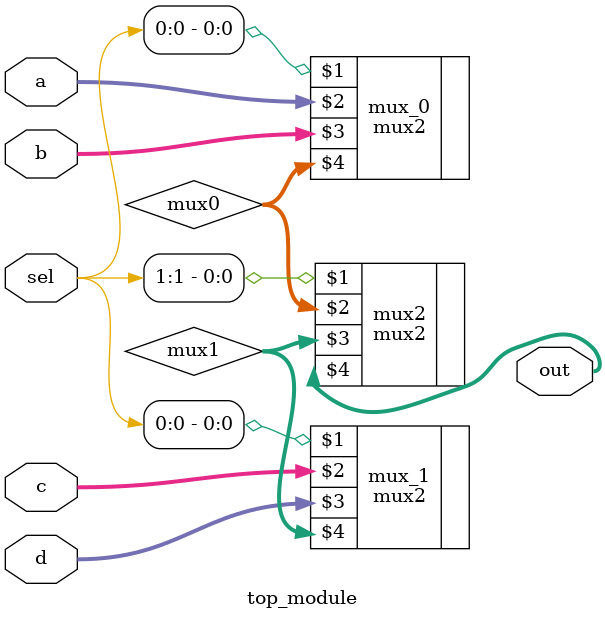
<source format=v>
module top_module (
    input [1:0] sel,
    input [7:0] a,
    input [7:0] b,
    input [7:0] c,
    input [7:0] d,
    output [7:0] out  ); //

    wire [7:0] mux0, mux1;
    mux2 mux_0 ( sel[0],    a,    b, mux0 );
    mux2 mux_1 ( sel[0],    c,    d, mux1 );
    mux2 mux2 ( sel[1], mux0, mux1,  out );

endmodule

</source>
